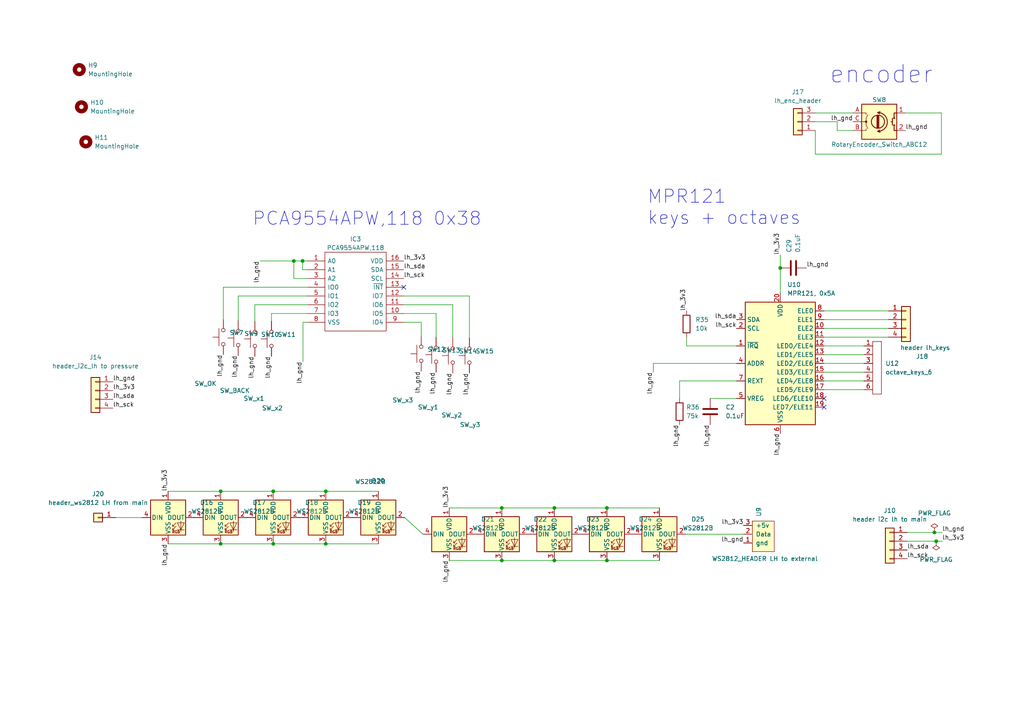
<source format=kicad_sch>
(kicad_sch (version 20211123) (generator eeschema)
  (paper "A4")
  (lib_symbols
    (symbol "Connector_Generic:Conn_01x01" (pin_names (offset 1.016) hide)
      (property "Reference" "J" (at 0 2.54 0))
      (property "Value" "Conn_01x01" (at 0 -2.54 0))
      (symbol "Conn_01x01_1_1"
        (rectangle (start -1.27 0.127) (end 0 -0.127) (stroke (width 0.1524)))
        (rectangle (start -1.27 1.27) (end 1.27 -1.27) (stroke (width 0.254)) (fill (type background)))
        (pin passive line (at -5.08 0 0) (length 3.81) (name "Pin_1") (number "1"))
      )
    )
    (symbol "Connector_Generic:Conn_01x03" (pin_names (offset 1.016) hide)
      (property "Reference" "J" (at 0 5.08 0))
      (property "Value" "Conn_01x03" (at 0 -5.08 0))
      (symbol "Conn_01x03_1_1"
        (rectangle (start -1.27 -2.413) (end 0 -2.667) (stroke (width 0.1524)))
        (rectangle (start -1.27 0.127) (end 0 -0.127) (stroke (width 0.1524)))
        (rectangle (start -1.27 2.667) (end 0 2.413) (stroke (width 0.1524)))
        (rectangle (start -1.27 3.81) (end 1.27 -3.81) (stroke (width 0.254)) (fill (type background)))
        (pin passive line (at -5.08 2.54 0) (length 3.81) (name "Pin_1") (number "1"))
        (pin passive line (at -5.08 0 0) (length 3.81) (name "Pin_2") (number "2"))
        (pin passive line (at -5.08 -2.54 0) (length 3.81) (name "Pin_3") (number "3"))
      )
    )
    (symbol "Connector_Generic:Conn_01x04" (pin_names (offset 1.016) hide)
      (property "Reference" "J" (at 0 5.08 0))
      (property "Value" "Conn_01x04" (at 0 -7.62 0))
      (symbol "Conn_01x04_1_1"
        (rectangle (start -1.27 -4.953) (end 0 -5.207) (stroke (width 0.1524)))
        (rectangle (start -1.27 -2.413) (end 0 -2.667) (stroke (width 0.1524)))
        (rectangle (start -1.27 0.127) (end 0 -0.127) (stroke (width 0.1524)))
        (rectangle (start -1.27 2.667) (end 0 2.413) (stroke (width 0.1524)))
        (rectangle (start -1.27 3.81) (end 1.27 -6.35) (stroke (width 0.254)) (fill (type background)))
        (pin passive line (at -5.08 2.54 0) (length 3.81) (name "Pin_1") (number "1"))
        (pin passive line (at -5.08 0 0) (length 3.81) (name "Pin_2") (number "2"))
        (pin passive line (at -5.08 -2.54 0) (length 3.81) (name "Pin_3") (number "3"))
        (pin passive line (at -5.08 -5.08 0) (length 3.81) (name "Pin_4") (number "4"))
      )
    )
    (symbol "Device:C" (pin_numbers hide) (pin_names (offset 0.254))
      (property "Reference" "C" (at 0.635 2.54 0))
      (property "Value" "C" (at 0.635 -2.54 0))
      (symbol "C_0_1"
        (polyline (pts (xy -2.032 -0.762) (xy 2.032 -0.762)) (stroke (width 0.508)))
        (polyline (pts (xy -2.032 0.762) (xy 2.032 0.762)) (stroke (width 0.508)))
      )
      (symbol "C_1_1"
        (pin passive line (at 0 3.81 270) (length 2.794) (name "~") (number "1"))
        (pin passive line (at 0 -3.81 90) (length 2.794) (name "~") (number "2"))
      )
    )
    (symbol "Device:R" (pin_numbers hide) (pin_names (offset 0))
      (property "Reference" "R" (at 2.032 0 90))
      (property "Value" "R" (at 0 0 90))
      (symbol "R_0_1"
        (rectangle (start -1.016 -2.54) (end 1.016 2.54) (stroke (width 0.254)))
      )
      (symbol "R_1_1"
        (pin passive line (at 0 3.81 270) (length 1.27) (name "~") (number "1"))
        (pin passive line (at 0 -3.81 90) (length 1.27) (name "~") (number "2"))
      )
    )
    (symbol "LED:WS2812B" (pin_names (offset 0.254))
      (property "Reference" "D" (at 5.08 5.715 0))
      (property "Value" "WS2812B" (at 1.27 -5.715 0))
      (symbol "WS2812B_0_0"
        (text "RGB" (at 2.286 -4.191 0) (effects (font (size 0.762 0.762))))
      )
      (symbol "WS2812B_0_1"
        (polyline (pts (xy 1.27 -3.556) (xy 1.778 -3.556)))
        (polyline (pts (xy 1.27 -2.54) (xy 1.778 -2.54)))
        (polyline (pts (xy 4.699 -3.556) (xy 2.667 -3.556)))
        (polyline (pts (xy 2.286 -2.54) (xy 1.27 -3.556) (xy 1.27 -3.048)))
        (polyline (pts (xy 2.286 -1.524) (xy 1.27 -2.54) (xy 1.27 -2.032)))
        (polyline (pts (xy 3.683 -1.016) (xy 3.683 -3.556) (xy 3.683 -4.064)))
        (polyline (pts (xy 4.699 -1.524) (xy 2.667 -1.524) (xy 3.683 -3.556) (xy 4.699 -1.524)))
        (rectangle (start 5.08 5.08) (end -5.08 -5.08) (stroke (width 0.254)) (fill (type background)))
      )
      (symbol "WS2812B_1_1"
        (pin power_in line (at 0 7.62 270) (length 2.54) (name "VDD") (number "1"))
        (pin output line (at 7.62 0 180) (length 2.54) (name "DOUT") (number "2"))
        (pin power_in line (at 0 -7.62 90) (length 2.54) (name "VSS") (number "3"))
        (pin input line (at -7.62 0 0) (length 2.54) (name "DIN") (number "4"))
      )
    )
    (symbol "Mechanical:MountingHole" (pin_names (offset 1.016))
      (property "Reference" "H" (at 0 5.08 0))
      (property "Value" "MountingHole" (at 0 3.175 0))
      (symbol "MountingHole_0_1"
        (circle (center 0 0) (radius 1.27) (stroke (width 1.27)))
      )
    )
    (symbol "SamacSys_Parts:PCA9554APW,118" (pin_names (offset 0.762))
      (property "Reference" "IC" (at 24.13 7.62 0))
      (property "Value" "PCA9554APW,118" (at 24.13 5.08 0))
      (symbol "PCA9554APW,118_0_0"
        (pin passive line (at 0 0 0) (length 5.08) (name "A0") (number "1"))
        (pin passive line (at 27.94 -15.24 180) (length 5.08) (name "IO5") (number "10"))
        (pin passive line (at 27.94 -12.7 180) (length 5.08) (name "IO6") (number "11"))
        (pin passive line (at 27.94 -10.16 180) (length 5.08) (name "IO7") (number "12"))
        (pin passive line (at 27.94 -7.62 180) (length 5.08) (name "~{INT}") (number "13"))
        (pin passive line (at 27.94 -5.08 180) (length 5.08) (name "SCL") (number "14"))
        (pin passive line (at 27.94 -2.54 180) (length 5.08) (name "SDA") (number "15"))
        (pin passive line (at 27.94 0 180) (length 5.08) (name "VDD") (number "16"))
        (pin passive line (at 0 -2.54 0) (length 5.08) (name "A1") (number "2"))
        (pin passive line (at 0 -5.08 0) (length 5.08) (name "A2") (number "3"))
        (pin passive line (at 0 -7.62 0) (length 5.08) (name "IO0") (number "4"))
        (pin passive line (at 0 -10.16 0) (length 5.08) (name "IO1") (number "5"))
        (pin passive line (at 0 -12.7 0) (length 5.08) (name "IO2") (number "6"))
        (pin passive line (at 0 -15.24 0) (length 5.08) (name "IO3") (number "7"))
        (pin passive line (at 0 -17.78 0) (length 5.08) (name "VSS") (number "8"))
        (pin passive line (at 27.94 -17.78 180) (length 5.08) (name "IO4") (number "9"))
      )
      (symbol "PCA9554APW,118_0_1"
        (polyline (pts (xy 5.08 2.54) (xy 22.86 2.54) (xy 22.86 -20.32) (xy 5.08 -20.32) (xy 5.08 2.54)) (stroke (width 0.1524)))
      )
    )
    (symbol "Sensor_Touch:MPR121QR2"
      (property "Reference" "U" (at -10.16 19.05 0))
      (property "Value" "MPR121QR2" (at 6.35 19.05 0))
      (symbol "MPR121QR2_0_1"
        (rectangle (start -10.16 17.78) (end 10.16 -17.78) (stroke (width 0.254)) (fill (type background)))
      )
      (symbol "MPR121QR2_1_1"
        (pin open_collector line (at -12.7 5.08 0) (length 2.54) (name "~{IRQ}") (number "1"))
        (pin passive line (at 12.7 10.16 180) (length 2.54) (name "ELE2") (number "10"))
        (pin passive line (at 12.7 7.62 180) (length 2.54) (name "ELE3") (number "11"))
        (pin passive line (at 12.7 5.08 180) (length 2.54) (name "LED0/ELE4") (number "12"))
        (pin passive line (at 12.7 2.54 180) (length 2.54) (name "LED1/ELE5") (number "13"))
        (pin passive line (at 12.7 0 180) (length 2.54) (name "LED2/ELE6") (number "14"))
        (pin passive line (at 12.7 -2.54 180) (length 2.54) (name "LED3/ELE7") (number "15"))
        (pin passive line (at 12.7 -5.08 180) (length 2.54) (name "LED4/ELE8") (number "16"))
        (pin passive line (at 12.7 -7.62 180) (length 2.54) (name "LED5/ELE9") (number "17"))
        (pin passive line (at 12.7 -10.16 180) (length 2.54) (name "LED6/ELE10") (number "18"))
        (pin passive line (at 12.7 -12.7 180) (length 2.54) (name "LED7/ELE11") (number "19"))
        (pin input line (at -12.7 10.16 0) (length 2.54) (name "SCL") (number "2"))
        (pin power_in line (at 0 20.32 270) (length 2.54) (name "VDD") (number "20"))
        (pin bidirectional line (at -12.7 12.7 0) (length 2.54) (name "SDA") (number "3"))
        (pin input line (at -12.7 0 0) (length 2.54) (name "ADDR") (number "4"))
        (pin passive line (at -12.7 -10.16 0) (length 2.54) (name "VREG") (number "5"))
        (pin power_in line (at 0 -20.32 90) (length 2.54) (name "VSS") (number "6"))
        (pin passive line (at -12.7 -5.08 0) (length 2.54) (name "REXT") (number "7"))
        (pin passive line (at 12.7 15.24 180) (length 2.54) (name "ELE0") (number "8"))
        (pin passive line (at 12.7 12.7 180) (length 2.54) (name "ELE1") (number "9"))
      )
    )
    (symbol "Switch:SW_Push" (pin_numbers hide) (pin_names (offset 1.016) hide)
      (property "Reference" "SW" (at 1.27 2.54 0))
      (property "Value" "SW_Push" (at 0 -1.524 0))
      (symbol "SW_Push_0_1"
        (circle (center -2.032 0) (radius 0.508))
        (polyline (pts (xy 0 1.27) (xy 0 3.048)))
        (polyline (pts (xy 2.54 1.27) (xy -2.54 1.27)))
        (circle (center 2.032 0) (radius 0.508))
        (pin passive line (at -5.08 0 0) (length 2.54) (name "1") (number "1"))
        (pin passive line (at 5.08 0 180) (length 2.54) (name "2") (number "2"))
      )
    )
    (symbol "clarinoid2:RotaryEncoder_Switch_ABC12" (pin_names (offset 0.254) hide)
      (property "Reference" "SW" (at 0 6.35 0))
      (property "Value" "RotaryEncoder_Switch_ABC12" (at 0 -6.604 0))
      (symbol "RotaryEncoder_Switch_ABC12_0_1"
        (rectangle (start -5.08 5.08) (end 5.08 -5.08) (stroke (width 0.254)) (fill (type background)))
        (circle (center -3.81 0) (radius 0.254) (fill (type outline)))
        (arc (start -0.381 -2.794) (mid 2.3622 -0.0508) (end -0.381 2.667) (stroke (width 0.254)))
        (circle (center -0.381 0) (radius 1.905) (stroke (width 0.254)))
        (polyline (pts (xy -0.635 -1.778) (xy -0.635 1.778)) (stroke (width 0.254)))
        (polyline (pts (xy -0.381 -1.778) (xy -0.381 1.778)) (stroke (width 0.254)))
        (polyline (pts (xy -0.127 1.778) (xy -0.127 -1.778)) (stroke (width 0.254)))
        (polyline (pts (xy 3.81 0) (xy 3.429 0)) (stroke (width 0.254)))
        (polyline (pts (xy 3.81 1.016) (xy 3.81 -1.016)) (stroke (width 0.254)))
        (polyline (pts (xy -5.08 -2.54) (xy -3.81 -2.54) (xy -3.81 -2.032)))
        (polyline (pts (xy -5.08 2.54) (xy -3.81 2.54) (xy -3.81 2.032)))
        (polyline (pts (xy 0.254 -3.048) (xy -0.508 -2.794) (xy 0.127 -2.413)) (stroke (width 0.254)))
        (polyline (pts (xy 0.254 2.921) (xy -0.508 2.667) (xy 0.127 2.286)) (stroke (width 0.254)))
        (polyline (pts (xy 5.08 -2.54) (xy 4.318 -2.54) (xy 4.318 -1.016)) (stroke (width 0.254)))
        (polyline (pts (xy 5.08 2.54) (xy 4.318 2.54) (xy 4.318 1.016)) (stroke (width 0.254)))
        (polyline (pts (xy -5.08 0) (xy -3.81 0) (xy -3.81 -1.016) (xy -3.302 -2.032)))
        (polyline (pts (xy -4.318 0) (xy -3.81 0) (xy -3.81 1.016) (xy -3.302 2.032)))
        (circle (center 4.318 -1.016) (radius 0.127) (stroke (width 0.254)))
        (circle (center 4.318 1.016) (radius 0.127) (stroke (width 0.254)))
      )
      (symbol "RotaryEncoder_Switch_ABC12_1_1"
        (pin passive line (at 7.62 2.54 180) (length 2.54) (name "SWGND") (number "1"))
        (pin passive line (at 7.62 -2.54 180) (length 2.54) (name "SW") (number "2"))
        (pin passive line (at -7.62 2.54 0) (length 2.54) (name "A") (number "A"))
        (pin passive line (at -7.62 -2.54 0) (length 2.54) (name "B") (number "B"))
        (pin passive line (at -7.62 0 0) (length 2.54) (name "GND") (number "C"))
      )
    )
    (symbol "clarinoid2:WS2812" (pin_names (offset 1.016))
      (property "Reference" "U" (at 5.08 -1.27 0))
      (property "Value" "WS2812" (at 0 -1.27 0))
      (symbol "WS2812_0_1"
        (rectangle (start -3.81 6.35) (end 5.08 0) (fill (type background)))
      )
      (symbol "WS2812_1_1"
        (pin passive line (at -1.27 8.89 270) (length 2.54) (name "gnd") (number "1"))
        (pin passive line (at 1.27 8.89 270) (length 2.54) (name "Data") (number "2"))
        (pin power_in line (at 3.81 8.89 270) (length 2.54) (name "+5v") (number "3"))
      )
    )
    (symbol "clarinoid2:octave_keys_6" (pin_names (offset 1.016))
      (property "Reference" "U" (at 5.08 5.08 0))
      (property "Value" "octave_keys_6" (at -2.54 2.54 0))
      (symbol "octave_keys_6_0_1"
        (rectangle (start -10.16 3.81) (end 5.08 1.27))
      )
      (symbol "octave_keys_6_1_1"
        (pin input line (at -8.89 6.35 270) (length 2.54) (name "~") (number "1"))
        (pin input line (at -6.35 6.35 270) (length 2.54) (name "~") (number "2"))
        (pin input line (at -3.81 6.35 270) (length 2.54) (name "~") (number "3"))
        (pin input line (at -1.27 6.35 270) (length 2.54) (name "~") (number "4"))
        (pin input line (at 1.27 6.35 270) (length 2.54) (name "~") (number "5"))
        (pin input line (at 3.81 6.35 270) (length 2.54) (name "~") (number "6"))
      )
    )
    (symbol "power:PWR_FLAG" (power) (pin_numbers hide) (pin_names (offset 0) hide)
      (property "Value" "PWR_FLAG" (at 0 3.81 0))
      (symbol "PWR_FLAG_0_0"
        (pin power_out line (at 0 0 90) (length 0) (name "pwr") (number "1"))
      )
      (symbol "PWR_FLAG_0_1"
        (polyline (pts (xy 0 0) (xy 0 1.27) (xy -1.016 1.905) (xy 0 2.54) (xy 1.016 1.905) (xy 0 1.27)))
      )
    )
  )
  (junction (at 64.008 142.494))
  (junction (at 85.217 75.692))
  (junction (at 145.542 147.32))
  (junction (at 87.757 75.692))
  (junction (at 79.248 157.734))
  (junction (at 94.488 142.494))
  (junction (at 176.022 162.56))
  (junction (at 64.008 157.734))
  (junction (at 94.488 157.734))
  (junction (at 271.018 154.432))
  (junction (at 176.022 147.32))
  (junction (at 160.782 162.56))
  (junction (at 160.782 147.32))
  (junction (at 79.248 142.494))
  (junction (at 226.314 77.724))
  (junction (at 145.542 162.56))
  (junction (at 271.526 156.972))
  (no_connect (at 239.014 118.11))
  (no_connect (at 117.094 83.312))
  (no_connect (at 239.014 115.57))
  (wire (pts (xy 176.022 147.32) (xy 191.262 147.32)))
  (wire (pts (xy 136.144 98.044) (xy 136.144 85.852)))
  (wire (pts (xy 250.571 113.03) (xy 239.014 113.03)))
  (wire (pts (xy 198.882 154.94) (xy 215.646 154.94)))
  (wire (pts (xy 48.768 157.734) (xy 64.008 157.734)))
  (wire (pts (xy 78.74 93.218) (xy 78.74 90.932)))
  (wire (pts (xy 273.304 156.972) (xy 271.526 156.972)))
  (wire (pts (xy 69.088 92.964) (xy 69.088 85.852)))
  (wire (pts (xy 122.682 154.94) (xy 117.348 150.114)))
  (wire (pts (xy 85.217 75.692) (xy 87.757 75.692)))
  (wire (pts (xy 213.614 105.41) (xy 189.484 105.41)))
  (wire (pts (xy 213.614 110.49) (xy 197.104 110.49)))
  (wire (pts (xy 69.088 85.852) (xy 89.154 85.852)))
  (wire (pts (xy 257.683 90.17) (xy 239.014 90.17)))
  (wire (pts (xy 75.438 75.692) (xy 85.217 75.692)))
  (wire (pts (xy 250.571 110.49) (xy 239.014 110.49)))
  (wire (pts (xy 236.474 35.306) (xy 242.824 35.306)))
  (wire (pts (xy 271.526 156.972) (xy 263.144 156.972)))
  (wire (pts (xy 117.094 93.472) (xy 122.174 93.472)))
  (wire (pts (xy 130.302 147.32) (xy 145.542 147.32)))
  (wire (pts (xy 160.782 147.32) (xy 176.022 147.32)))
  (wire (pts (xy 205.994 115.57) (xy 213.614 115.57)))
  (wire (pts (xy 257.683 97.79) (xy 239.014 97.79)))
  (wire (pts (xy 273.304 154.432) (xy 271.018 154.432)))
  (wire (pts (xy 242.824 35.306) (xy 242.824 37.846)))
  (wire (pts (xy 117.094 90.932) (xy 126.492 90.932)))
  (wire (pts (xy 257.683 95.25) (xy 239.014 95.25)))
  (wire (pts (xy 94.488 157.734) (xy 109.728 157.734)))
  (wire (pts (xy 176.022 162.56) (xy 191.262 162.56)))
  (wire (pts (xy 250.571 107.95) (xy 239.014 107.95)))
  (wire (pts (xy 48.768 142.494) (xy 64.008 142.494)))
  (wire (pts (xy 33.528 150.114) (xy 41.148 150.114)))
  (wire (pts (xy 94.488 142.494) (xy 109.728 142.494)))
  (wire (pts (xy 89.154 83.312) (xy 64.77 83.312)))
  (wire (pts (xy 189.484 105.41) (xy 189.484 107.95)))
  (wire (pts (xy 89.154 80.772) (xy 85.217 80.772)))
  (wire (pts (xy 226.314 77.724) (xy 226.314 85.09)))
  (wire (pts (xy 250.571 105.41) (xy 239.014 105.41)))
  (wire (pts (xy 87.757 75.692) (xy 89.154 75.692)))
  (wire (pts (xy 126.492 90.932) (xy 126.492 97.79)))
  (wire (pts (xy 271.018 154.432) (xy 263.144 154.432)))
  (wire (pts (xy 145.542 147.32) (xy 160.782 147.32)))
  (wire (pts (xy 64.008 142.494) (xy 79.248 142.494)))
  (wire (pts (xy 145.542 162.56) (xy 160.782 162.56)))
  (wire (pts (xy 64.008 157.734) (xy 79.248 157.734)))
  (wire (pts (xy 131.318 88.392) (xy 131.318 98.044)))
  (wire (pts (xy 257.683 92.71) (xy 239.014 92.71)))
  (wire (pts (xy 250.571 100.33) (xy 239.014 100.33)))
  (wire (pts (xy 64.77 83.312) (xy 64.77 92.71)))
  (wire (pts (xy 136.144 85.852) (xy 117.094 85.852)))
  (wire (pts (xy 85.217 80.772) (xy 85.217 75.692)))
  (wire (pts (xy 262.636 32.766) (xy 273.05 32.766)))
  (wire (pts (xy 242.824 37.846) (xy 247.396 37.846)))
  (wire (pts (xy 89.154 78.232) (xy 87.757 78.232)))
  (wire (pts (xy 236.474 44.704) (xy 236.474 37.846)))
  (wire (pts (xy 226.314 73.914) (xy 226.314 77.724)))
  (wire (pts (xy 78.74 90.932) (xy 89.154 90.932)))
  (wire (pts (xy 130.302 162.56) (xy 145.542 162.56)))
  (wire (pts (xy 273.05 32.766) (xy 273.05 44.704)))
  (wire (pts (xy 89.154 93.472) (xy 87.884 93.472)))
  (wire (pts (xy 197.104 110.49) (xy 197.104 115.57)))
  (wire (pts (xy 273.05 44.704) (xy 236.474 44.704)))
  (wire (pts (xy 213.614 100.33) (xy 199.136 100.33)))
  (wire (pts (xy 199.136 100.33) (xy 199.136 97.79)))
  (wire (pts (xy 122.174 93.472) (xy 122.174 97.536)))
  (wire (pts (xy 117.094 88.392) (xy 131.318 88.392)))
  (wire (pts (xy 89.154 88.392) (xy 73.914 88.392)))
  (wire (pts (xy 79.248 142.494) (xy 94.488 142.494)))
  (wire (pts (xy 87.884 93.472) (xy 87.884 104.902)))
  (wire (pts (xy 73.914 88.392) (xy 73.914 93.218)))
  (wire (pts (xy 250.571 102.87) (xy 239.014 102.87)))
  (wire (pts (xy 87.757 78.232) (xy 87.757 75.692)))
  (wire (pts (xy 79.248 157.734) (xy 94.488 157.734)))
  (wire (pts (xy 236.474 32.766) (xy 247.396 32.766)))
  (wire (pts (xy 160.782 162.56) (xy 176.022 162.56)))
  (text "PCA9554APW,118 0x38" (at 73.152 65.786 0) (effects (font (size 3.81 3.81)) (justify left bottom)))
  (text "encoder" (at 240.538 24.638 0) (effects (font (size 5.08 5.08)) (justify left bottom)))
  (text "MPR121\nkeys + octaves" (at 187.706 65.532 0) (effects (font (size 3.81 3.81)) (justify left bottom)))
  (label "lh_sck" (at 213.614 95.25 180))
  (label "lh_gnd" (at 126.492 107.95 270))
  (label "lh_gnd" (at 233.934 77.724 0))
  (label "lh_3v3" (at 32.766 113.284 0))
  (label "lh_sda" (at 32.766 115.824 0))
  (label "lh_gnd" (at 69.088 103.124 270))
  (label "lh_gnd" (at 78.74 103.378 270))
  (label "lh_gnd" (at 131.318 108.204 270))
  (label "lh_gnd" (at 48.768 157.734 270))
  (label "lh_gnd" (at 197.104 123.19 270))
  (label "lh_3v3" (at 199.136 90.17 90))
  (label "lh_sck" (at 117.094 80.772 0))
  (label "lh_gnd" (at 75.438 75.692 270))
  (label "lh_sda" (at 263.144 159.512 0))
  (label "lh_3v3" (at 215.646 152.4 180))
  (label "lh_3v3" (at 273.304 156.972 0))
  (label "lh_gnd" (at 64.77 102.87 270))
  (label "lh_gnd" (at 189.484 107.95 270))
  (label "lh_gnd" (at 262.636 37.846 0))
  (label "lh_gnd" (at 73.914 103.378 270))
  (label "lh_gnd" (at 205.994 123.19 270))
  (label "lh_gnd" (at 136.144 108.204 270))
  (label "lh_3v3" (at 117.094 75.692 0))
  (label "lh_gnd" (at 130.302 162.56 270))
  (label "lh_sck" (at 32.766 118.364 0))
  (label "lh_sck" (at 263.144 162.052 0))
  (label "lh_gnd" (at 247.396 35.306 180))
  (label "lh_gnd" (at 32.766 110.744 0))
  (label "lh_gnd" (at 122.174 107.696 270))
  (label "lh_sda" (at 117.094 78.232 0))
  (label "lh_sda" (at 213.614 92.71 180))
  (label "lh_gnd" (at 87.884 104.902 270))
  (label "lh_gnd" (at 215.646 157.48 180))
  (label "lh_3v3" (at 130.302 147.32 90))
  (label "lh_3v3" (at 48.768 142.494 90))
  (label "lh_gnd" (at 226.314 125.73 270))
  (label "lh_gnd" (at 273.304 154.432 0))
  (label "lh_3v3" (at 226.314 73.914 90))
  (symbol (lib_id "LED:WS2812B") (at 94.488 150.114 0) (unit 1)
    (property "Reference" "D19" (at 105.664 145.7833 0))
    (property "Value" "WS2812B" (at 105.664 148.3233 0))
    (property "Footprint" "LED_SMD:LED_WS2812B_PLCC4_5.0x5.0mm_P3.2mm" (effects hide))
    (property "Datasheet" "https://cdn-shop.adafruit.com/datasheets/WS2812B.pdf" (effects hide))
  )
  (symbol (lib_id "Connector_Generic:Conn_01x04") (at 27.686 113.284 0) (mirror y) (unit 1)
    (property "Reference" "J14" (at 27.686 103.632 0))
    (property "Value" "header_i2c_lh to pressure" (at 27.686 106.172 0))
    (property "Footprint" "Connector_PinHeader_2.00mm:PinHeader_1x04_P2.00mm_Vertical" (effects hide))
    (property "LCSC part number" "C2718488" (effects hide))
    (property "verif" "1" (effects hide))
  )
  (symbol (lib_id "LED:WS2812B") (at 79.248 150.114 0) (unit 1)
    (property "Reference" "D18" (at 90.424 145.7833 0))
    (property "Value" "WS2812B" (at 90.424 148.3233 0))
    (property "Footprint" "LED_SMD:LED_WS2812B_PLCC4_5.0x5.0mm_P3.2mm" (effects hide))
    (property "Datasheet" "https://cdn-shop.adafruit.com/datasheets/WS2812B.pdf" (effects hide))
  )
  (symbol (lib_id "power:PWR_FLAG") (at 271.018 154.432 0) (unit 1)
    (property "Reference" "#FLG04" (effects hide))
    (property "Value" "PWR_FLAG" (at 271.018 148.844 0))
  )
  (symbol (lib_id "Switch:SW_Push") (at 136.144 103.124 90) (unit 1)
    (property "Reference" "SW15" (at 137.922 101.8539 90) (effects (justify right)))
    (property "Value" "SW_y3" (at 133.35 123.19 90) (effects (justify right)))
  )
  (symbol (lib_id "Connector_Generic:Conn_01x03") (at 231.394 35.306 180) (unit 1)
    (property "Reference" "J17" (at 231.394 26.67 0))
    (property "Value" "lh_enc_header" (at 231.394 29.21 0))
    (property "Footprint" "Connector_PinHeader_2.00mm:PinHeader_1x03_P2.00mm_Vertical" (effects hide))
  )
  (symbol (lib_id "clarinoid2:RotaryEncoder_Switch_ABC12") (at 255.016 35.306 0) (unit 1) (in_bom no)
    (property "Reference" "SW8" (at 255.016 28.956 0))
    (property "Value" "RotaryEncoder_Switch_ABC12" (at 255.016 41.91 0))
    (property "Footprint" "clarinoid2:Bourns_ENC_PEC11R-4215F-S0024" (effects hide))
    (property "LCSC part number" "-" (effects hide))
    (property "verif" "1" (effects hide))
  )
  (symbol (lib_id "SamacSys_Parts:PCA9554APW,118") (at 89.154 75.692 0) (unit 1)
    (property "Reference" "IC3" (at 103.124 69.342 0))
    (property "Value" "PCA9554APW,118" (at 103.124 71.882 0))
    (property "Footprint" "SamacSys_Parts:SOP65P640X110-16N" (effects hide))
    (property "Datasheet" "http://www.nxp.com/docs/en/data-sheet/PCA9554_9554A.pdf" (effects hide))
    (property "Description" "8-bit I2C-bus and SMBus I/O port with interrupt" (effects hide))
    (property "Height" "1.1" (effects hide))
    (property "Mouser Part Number" "771-PCA9554APW-T" (effects hide))
    (property "Mouser Price/Stock" "https://www.mouser.co.uk/ProductDetail/NXP-Semiconductors/PCA9554APW118?qs=LOCUfHb8d9t6Q6oURZSRTg%3D%3D" (effects hide))
    (property "Manufacturer_Name" "NXP" (effects hide))
    (property "Manufacturer_Part_Number" "PCA9554APW,118" (effects hide))
    (property "LCSC part number" "C86803" (effects hide))
    (property "verif" "1" (effects hide))
  )
  (symbol (lib_id "LED:WS2812B") (at 176.022 154.94 0) (unit 1)
    (property "Reference" "D24" (at 187.198 150.6093 0))
    (property "Value" "WS2812B" (at 187.198 153.1493 0))
    (property "Footprint" "LED_SMD:LED_WS2812B_PLCC4_5.0x5.0mm_P3.2mm" (effects hide))
    (property "Datasheet" "https://cdn-shop.adafruit.com/datasheets/WS2812B.pdf" (effects hide))
  )
  (symbol (lib_id "Device:C") (at 205.994 119.38 0) (unit 1)
    (property "Reference" "C2" (at 210.439 118.1099 0) (effects (justify left)))
    (property "Value" "0.1uF" (at 210.439 120.6499 0) (effects (justify left)))
    (property "Footprint" "Capacitor_SMD:C_0402_1005Metric" (effects hide))
    (property "LCSC part number" "C1525" (effects hide))
    (property "verif" "1" (effects hide))
  )
  (symbol (lib_id "Connector_Generic:Conn_01x04") (at 262.763 92.71 0) (unit 1)
    (property "Reference" "J18" (at 267.462 103.378 0))
    (property "Value" "header lh_keys" (at 268.351 100.838 0))
    (property "Footprint" "Connector_PinHeader_2.00mm:PinHeader_1x04_P2.00mm_Vertical" (effects hide))
    (property "LCSC part number" "C2718488" (effects hide))
    (property "verif" "1" (effects hide))
  )
  (symbol (lib_id "Device:C") (at 230.124 77.724 90) (unit 1)
    (property "Reference" "C29" (at 228.8539 73.279 0) (effects (justify left)))
    (property "Value" "0.1uF" (at 231.3939 73.279 0) (effects (justify left)))
    (property "Footprint" "Capacitor_SMD:C_0402_1005Metric" (effects hide))
    (property "LCSC part number" "C1525" (effects hide))
    (property "verif" "1" (effects hide))
  )
  (symbol (lib_id "clarinoid2:WS2812") (at 224.536 156.21 90) (unit 1)
    (property "Reference" "U9" (at 220.0909 149.86 0) (effects (justify left)))
    (property "Value" "WS2812_HEADER LH to external" (at 237.236 162.052 90) (effects (justify left)))
    (property "Footprint" "Connector_PinHeader_2.00mm:PinHeader_1x03_P2.00mm_Vertical" (effects hide))
    (property "LCSC part number" "C146243" (effects hide))
    (property "verif" "1" (effects hide))
  )
  (symbol (lib_id "Mechanical:MountingHole") (at 23.622 30.988 0) (unit 1) (in_bom no)
    (property "Reference" "H10" (at 26.162 29.7179 0) (effects (justify left)))
    (property "Value" "MountingHole" (at 26.162 32.2579 0) (effects (justify left)))
    (property "Footprint" "clarinoid2:Wurth Elektronik Reverse SMD Spacer M3" (effects hide))
    (property "MANUFACTURER" "Wurth" (effects hide))
    (property "LCSC part number" "-" (effects hide))
    (property "verif" "1" (effects hide))
  )
  (symbol (lib_id "Switch:SW_Push") (at 69.088 98.044 90) (unit 1)
    (property "Reference" "SW9" (at 70.866 96.7739 90) (effects (justify right)))
    (property "Value" "SW_BACK" (at 63.754 113.284 90) (effects (justify right)))
  )
  (symbol (lib_id "LED:WS2812B") (at 64.008 150.114 0) (unit 1)
    (property "Reference" "D17" (at 75.184 145.7833 0))
    (property "Value" "WS2812B" (at 75.184 148.3233 0))
    (property "Footprint" "LED_SMD:LED_WS2812B_PLCC4_5.0x5.0mm_P3.2mm" (effects hide))
    (property "Datasheet" "https://cdn-shop.adafruit.com/datasheets/WS2812B.pdf" (effects hide))
  )
  (symbol (lib_id "LED:WS2812B") (at 130.302 154.94 0) (unit 1)
    (property "Reference" "D21" (at 141.478 150.6093 0))
    (property "Value" "WS2812B" (at 141.478 153.1493 0))
    (property "Footprint" "LED_SMD:LED_WS2812B_PLCC4_5.0x5.0mm_P3.2mm" (effects hide))
    (property "Datasheet" "https://cdn-shop.adafruit.com/datasheets/WS2812B.pdf" (effects hide))
  )
  (symbol (lib_id "Switch:SW_Push") (at 126.492 102.87 90) (unit 1)
    (property "Reference" "SW13" (at 128.27 101.5999 90) (effects (justify right)))
    (property "Value" "SW_y1" (at 121.158 118.11 90) (effects (justify right)))
  )
  (symbol (lib_id "LED:WS2812B") (at 160.782 154.94 0) (unit 1)
    (property "Reference" "D23" (at 171.958 150.6093 0))
    (property "Value" "WS2812B" (at 171.958 153.1493 0))
    (property "Footprint" "LED_SMD:LED_WS2812B_PLCC4_5.0x5.0mm_P3.2mm" (effects hide))
    (property "Datasheet" "https://cdn-shop.adafruit.com/datasheets/WS2812B.pdf" (effects hide))
  )
  (symbol (lib_id "Device:R") (at 197.104 119.38 0) (unit 1)
    (property "Reference" "R36" (at 199.009 118.1099 0) (effects (justify left)))
    (property "Value" "75k" (at 199.009 120.6499 0) (effects (justify left)))
    (property "Footprint" "Resistor_SMD:R_0402_1005Metric" (effects hide))
    (property "LCSC part number" "C25798" (effects hide))
    (property "verif" "1" (effects hide))
  )
  (symbol (lib_id "Connector_Generic:Conn_01x04") (at 258.064 156.972 0) (mirror y) (unit 1)
    (property "Reference" "J10" (at 258.064 148.082 0))
    (property "Value" "header i2c lh to main" (at 258.064 150.622 0))
    (property "Footprint" "Connector_PinHeader_2.00mm:PinHeader_1x04_P2.00mm_Vertical" (effects hide))
    (property "LCSC part number" "C2718488" (effects hide))
    (property "verif" "1" (effects hide))
  )
  (symbol (lib_id "Sensor_Touch:MPR121QR2") (at 226.314 105.41 0) (unit 1)
    (property "Reference" "U10" (at 228.3334 82.55 0) (effects (justify left)))
    (property "Value" "MPR121, 0x5A" (at 228.3334 85.09 0) (effects (justify left)))
    (property "Footprint" "Package_DFN_QFN:UQFN-20_3x3mm_P0.4mm" (effects hide))
    (property "Datasheet" "https://resurgentsemi.com/wp-content/uploads/2018/09/MPR121_rev5-Resurgent.pdf?d453f8&d453f8" (effects hide))
    (property "LCSC part number" "C91322" (effects hide))
    (property "verif" "1" (effects hide))
  )
  (symbol (lib_id "Switch:SW_Push") (at 131.318 103.124 90) (unit 1)
    (property "Reference" "SW14" (at 133.096 101.8539 90) (effects (justify right)))
    (property "Value" "SW_y2" (at 128.016 120.396 90) (effects (justify right)))
  )
  (symbol (lib_id "Mechanical:MountingHole") (at 22.987 20.193 0) (unit 1) (in_bom no)
    (property "Reference" "H9" (at 25.527 18.9229 0) (effects (justify left)))
    (property "Value" "MountingHole" (at 25.527 21.4629 0) (effects (justify left)))
    (property "Footprint" "clarinoid2:Wurth Elektronik Reverse SMD Spacer M3" (effects hide))
    (property "MANUFACTURER" "Wurth" (effects hide))
    (property "LCSC part number" "-" (effects hide))
    (property "verif" "1" (effects hide))
  )
  (symbol (lib_id "Switch:SW_Push") (at 64.77 97.79 90) (unit 1)
    (property "Reference" "SW7" (at 66.548 96.5199 90) (effects (justify right)))
    (property "Value" "SW_OK" (at 56.388 111.252 90) (effects (justify right)))
  )
  (symbol (lib_id "Connector_Generic:Conn_01x01") (at 28.448 150.114 180) (unit 1)
    (property "Reference" "J20" (at 28.448 143.256 0))
    (property "Value" "header_ws2812 LH from main" (at 28.448 145.796 0))
    (property "Footprint" "Connector_PinHeader_2.00mm:PinHeader_1x01_P2.00mm_Vertical" (effects hide))
  )
  (symbol (lib_id "clarinoid2:octave_keys_6") (at 256.921 109.22 90) (mirror x) (unit 1)
    (property "Reference" "U12" (at 256.794 105.4099 90) (effects (justify right)))
    (property "Value" "octave_keys_6" (at 256.794 107.9499 90) (effects (justify right)))
    (property "Footprint" "clarinoid2:CLARINOID_M6_6OCTAVES_p13.25_offset1.0mm_copy" (effects hide))
  )
  (symbol (lib_id "power:PWR_FLAG") (at 271.526 156.972 180) (unit 1)
    (property "Reference" "#FLG05" (effects hide))
    (property "Value" "PWR_FLAG" (at 271.526 162.306 0))
  )
  (symbol (lib_id "Switch:SW_Push") (at 73.914 98.298 90) (unit 1)
    (property "Reference" "SW10" (at 75.692 97.0279 90) (effects (justify right)))
    (property "Value" "SW_x1" (at 70.612 115.57 90) (effects (justify right)))
  )
  (symbol (lib_id "LED:WS2812B") (at 191.262 154.94 0) (unit 1)
    (property "Reference" "D25" (at 202.438 150.6093 0))
    (property "Value" "WS2812B" (at 202.438 153.1493 0))
    (property "Footprint" "LED_SMD:LED_WS2812B_PLCC4_5.0x5.0mm_P3.2mm" (effects hide))
    (property "Datasheet" "https://cdn-shop.adafruit.com/datasheets/WS2812B.pdf" (effects hide))
  )
  (symbol (lib_id "LED:WS2812B") (at 48.768 150.114 0) (unit 1)
    (property "Reference" "D16" (at 59.944 145.7833 0))
    (property "Value" "WS2812B" (at 59.944 148.3233 0))
    (property "Footprint" "LED_SMD:LED_WS2812B_PLCC4_5.0x5.0mm_P3.2mm" (effects hide))
    (property "Datasheet" "https://cdn-shop.adafruit.com/datasheets/WS2812B.pdf" (effects hide))
  )
  (symbol (lib_id "Switch:SW_Push") (at 78.74 98.298 90) (unit 1)
    (property "Reference" "SW11" (at 80.518 97.0279 90) (effects (justify right)))
    (property "Value" "SW_x2" (at 75.946 118.364 90) (effects (justify right)))
  )
  (symbol (lib_id "LED:WS2812B") (at 109.728 150.114 0) (unit 1)
    (property "Reference" "D20" (at 109.728 139.446 0))
    (property "Value" "WS2812B" (at 107.442 139.7 0))
    (property "Footprint" "LED_SMD:LED_WS2812B_PLCC4_5.0x5.0mm_P3.2mm" (effects hide))
    (property "Datasheet" "https://cdn-shop.adafruit.com/datasheets/WS2812B.pdf" (effects hide))
  )
  (symbol (lib_id "LED:WS2812B") (at 145.542 154.94 0) (unit 1)
    (property "Reference" "D22" (at 156.718 150.6093 0))
    (property "Value" "WS2812B" (at 156.718 153.1493 0))
    (property "Footprint" "LED_SMD:LED_WS2812B_PLCC4_5.0x5.0mm_P3.2mm" (effects hide))
    (property "Datasheet" "https://cdn-shop.adafruit.com/datasheets/WS2812B.pdf" (effects hide))
  )
  (symbol (lib_id "Device:R") (at 199.136 93.98 180) (unit 1)
    (property "Reference" "R35" (at 201.676 92.7099 0) (effects (justify right)))
    (property "Value" "10k" (at 201.676 95.2499 0) (effects (justify right)))
    (property "Footprint" "Resistor_SMD:R_0402_1005Metric" (effects hide))
    (property "LCSC part number" "C25744" (effects hide))
    (property "verif" "1" (effects hide))
  )
  (symbol (lib_id "Switch:SW_Push") (at 122.174 102.616 90) (unit 1)
    (property "Reference" "SW12" (at 123.952 101.3459 90) (effects (justify right)))
    (property "Value" "SW_x3" (at 113.792 116.078 90) (effects (justify right)))
  )
  (symbol (lib_id "Mechanical:MountingHole") (at 24.892 41.148 0) (unit 1) (in_bom no)
    (property "Reference" "H11" (at 27.432 39.8779 0) (effects (justify left)))
    (property "Value" "MountingHole" (at 27.432 42.4179 0) (effects (justify left)))
    (property "Footprint" "clarinoid2:Wurth Elektronik Reverse SMD Spacer M3" (effects hide))
    (property "MANUFACTURER" "Wurth" (effects hide))
    (property "LCSC part number" "-" (effects hide))
    (property "verif" "1" (effects hide))
  )
)
</source>
